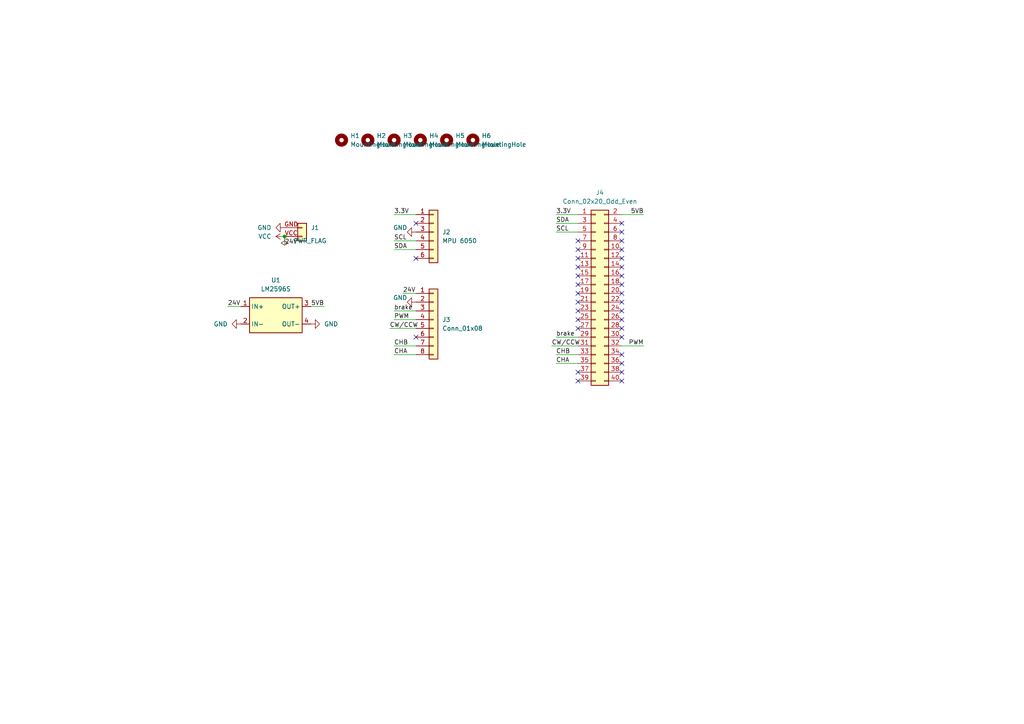
<source format=kicad_sch>
(kicad_sch (version 20211123) (generator eeschema)
  (paper "A4")
  (lib_symbols
    (symbol "24V_Li_batt:Conn_01x06" (pin_names (offset 1.016) hide)
      (property "Reference" "J" (at 0 7.62 0))
      (property "Value" "Conn_01x06" (at 0 -10.16 0))
      (symbol "Conn_01x06_1_1"
        (rectangle (start -1.27 -7.493) (end 0 -7.747) (stroke (width 0.1524)))
        (rectangle (start -1.27 -4.953) (end 0 -5.207) (stroke (width 0.1524)))
        (rectangle (start -1.27 -2.413) (end 0 -2.667) (stroke (width 0.1524)))
        (rectangle (start -1.27 0.127) (end 0 -0.127) (stroke (width 0.1524)))
        (rectangle (start -1.27 2.667) (end 0 2.413) (stroke (width 0.1524)))
        (rectangle (start -1.27 5.207) (end 0 4.953) (stroke (width 0.1524)))
        (rectangle (start -1.27 6.35) (end 1.27 -8.89) (stroke (width 0.254)) (fill (type background)))
        (pin passive line (at -5.08 5.08 0) (length 3.81) (name "Pin_1") (number "1"))
        (pin passive line (at -5.08 2.54 0) (length 3.81) (name "Pin_2") (number "2"))
        (pin passive line (at -5.08 0 0) (length 3.81) (name "Pin_3") (number "3"))
        (pin passive line (at -5.08 -2.54 0) (length 3.81) (name "Pin_4") (number "4"))
        (pin passive line (at -5.08 -5.08 0) (length 3.81) (name "Pin_5") (number "5"))
        (pin passive line (at -5.08 -7.62 0) (length 3.81) (name "Pin_6") (number "6"))
      )
    )
    (symbol "24V_Li_batt:Conn_01x08" (pin_names (offset 1.016) hide)
      (property "Reference" "J" (at 0 10.16 0))
      (property "Value" "Conn_01x08" (at 0 -12.7 0))
      (symbol "Conn_01x08_1_1"
        (rectangle (start -1.27 -10.033) (end 0 -10.287) (stroke (width 0.1524)))
        (rectangle (start -1.27 -7.493) (end 0 -7.747) (stroke (width 0.1524)))
        (rectangle (start -1.27 -4.953) (end 0 -5.207) (stroke (width 0.1524)))
        (rectangle (start -1.27 -2.413) (end 0 -2.667) (stroke (width 0.1524)))
        (rectangle (start -1.27 0.127) (end 0 -0.127) (stroke (width 0.1524)))
        (rectangle (start -1.27 2.667) (end 0 2.413) (stroke (width 0.1524)))
        (rectangle (start -1.27 5.207) (end 0 4.953) (stroke (width 0.1524)))
        (rectangle (start -1.27 7.747) (end 0 7.493) (stroke (width 0.1524)))
        (rectangle (start -1.27 8.89) (end 1.27 -11.43) (stroke (width 0.254)) (fill (type background)))
        (pin passive line (at -5.08 7.62 0) (length 3.81) (name "Pin_1") (number "1"))
        (pin passive line (at -5.08 5.08 0) (length 3.81) (name "Pin_2") (number "2"))
        (pin passive line (at -5.08 2.54 0) (length 3.81) (name "Pin_3") (number "3"))
        (pin passive line (at -5.08 0 0) (length 3.81) (name "Pin_4") (number "4"))
        (pin passive line (at -5.08 -2.54 0) (length 3.81) (name "Pin_5") (number "5"))
        (pin passive line (at -5.08 -5.08 0) (length 3.81) (name "Pin_6") (number "6"))
        (pin passive line (at -5.08 -7.62 0) (length 3.81) (name "Pin_7") (number "7"))
        (pin passive line (at -5.08 -10.16 0) (length 3.81) (name "Pin_8") (number "8"))
      )
    )
    (symbol "24V_Li_batt:Conn_02x20_Odd_Even" (pin_names (offset 1.016) hide)
      (property "Reference" "J" (at 1.27 25.4 0))
      (property "Value" "Conn_02x20_Odd_Even" (at 1.27 -27.94 0))
      (symbol "Conn_02x20_Odd_Even_1_1"
        (rectangle (start -1.27 -25.273) (end 0 -25.527) (stroke (width 0.1524)))
        (rectangle (start -1.27 -22.733) (end 0 -22.987) (stroke (width 0.1524)))
        (rectangle (start -1.27 -20.193) (end 0 -20.447) (stroke (width 0.1524)))
        (rectangle (start -1.27 -17.653) (end 0 -17.907) (stroke (width 0.1524)))
        (rectangle (start -1.27 -15.113) (end 0 -15.367) (stroke (width 0.1524)))
        (rectangle (start -1.27 -12.573) (end 0 -12.827) (stroke (width 0.1524)))
        (rectangle (start -1.27 -10.033) (end 0 -10.287) (stroke (width 0.1524)))
        (rectangle (start -1.27 -7.493) (end 0 -7.747) (stroke (width 0.1524)))
        (rectangle (start -1.27 -4.953) (end 0 -5.207) (stroke (width 0.1524)))
        (rectangle (start -1.27 -2.413) (end 0 -2.667) (stroke (width 0.1524)))
        (rectangle (start -1.27 0.127) (end 0 -0.127) (stroke (width 0.1524)))
        (rectangle (start -1.27 2.667) (end 0 2.413) (stroke (width 0.1524)))
        (rectangle (start -1.27 5.207) (end 0 4.953) (stroke (width 0.1524)))
        (rectangle (start -1.27 7.747) (end 0 7.493) (stroke (width 0.1524)))
        (rectangle (start -1.27 10.287) (end 0 10.033) (stroke (width 0.1524)))
        (rectangle (start -1.27 12.827) (end 0 12.573) (stroke (width 0.1524)))
        (rectangle (start -1.27 15.367) (end 0 15.113) (stroke (width 0.1524)))
        (rectangle (start -1.27 17.907) (end 0 17.653) (stroke (width 0.1524)))
        (rectangle (start -1.27 20.447) (end 0 20.193) (stroke (width 0.1524)))
        (rectangle (start -1.27 22.987) (end 0 22.733) (stroke (width 0.1524)))
        (rectangle (start -1.27 24.13) (end 3.81 -26.67) (stroke (width 0.254)) (fill (type background)))
        (rectangle (start 3.81 -25.273) (end 2.54 -25.527) (stroke (width 0.1524)))
        (rectangle (start 3.81 -22.733) (end 2.54 -22.987) (stroke (width 0.1524)))
        (rectangle (start 3.81 -20.193) (end 2.54 -20.447) (stroke (width 0.1524)))
        (rectangle (start 3.81 -17.653) (end 2.54 -17.907) (stroke (width 0.1524)))
        (rectangle (start 3.81 -15.113) (end 2.54 -15.367) (stroke (width 0.1524)))
        (rectangle (start 3.81 -12.573) (end 2.54 -12.827) (stroke (width 0.1524)))
        (rectangle (start 3.81 -10.033) (end 2.54 -10.287) (stroke (width 0.1524)))
        (rectangle (start 3.81 -7.493) (end 2.54 -7.747) (stroke (width 0.1524)))
        (rectangle (start 3.81 -4.953) (end 2.54 -5.207) (stroke (width 0.1524)))
        (rectangle (start 3.81 -2.413) (end 2.54 -2.667) (stroke (width 0.1524)))
        (rectangle (start 3.81 0.127) (end 2.54 -0.127) (stroke (width 0.1524)))
        (rectangle (start 3.81 2.667) (end 2.54 2.413) (stroke (width 0.1524)))
        (rectangle (start 3.81 5.207) (end 2.54 4.953) (stroke (width 0.1524)))
        (rectangle (start 3.81 7.747) (end 2.54 7.493) (stroke (width 0.1524)))
        (rectangle (start 3.81 10.287) (end 2.54 10.033) (stroke (width 0.1524)))
        (rectangle (start 3.81 12.827) (end 2.54 12.573) (stroke (width 0.1524)))
        (rectangle (start 3.81 15.367) (end 2.54 15.113) (stroke (width 0.1524)))
        (rectangle (start 3.81 17.907) (end 2.54 17.653) (stroke (width 0.1524)))
        (rectangle (start 3.81 20.447) (end 2.54 20.193) (stroke (width 0.1524)))
        (rectangle (start 3.81 22.987) (end 2.54 22.733) (stroke (width 0.1524)))
        (pin passive line (at -5.08 22.86 0) (length 3.81) (name "Pin_1") (number "1"))
        (pin passive line (at 7.62 12.7 180) (length 3.81) (name "Pin_10") (number "10"))
        (pin passive line (at -5.08 10.16 0) (length 3.81) (name "Pin_11") (number "11"))
        (pin passive line (at 7.62 10.16 180) (length 3.81) (name "Pin_12") (number "12"))
        (pin passive line (at -5.08 7.62 0) (length 3.81) (name "Pin_13") (number "13"))
        (pin passive line (at 7.62 7.62 180) (length 3.81) (name "Pin_14") (number "14"))
        (pin passive line (at -5.08 5.08 0) (length 3.81) (name "Pin_15") (number "15"))
        (pin passive line (at 7.62 5.08 180) (length 3.81) (name "Pin_16") (number "16"))
        (pin passive line (at -5.08 2.54 0) (length 3.81) (name "Pin_17") (number "17"))
        (pin passive line (at 7.62 2.54 180) (length 3.81) (name "Pin_18") (number "18"))
        (pin passive line (at -5.08 0 0) (length 3.81) (name "Pin_19") (number "19"))
        (pin passive line (at 7.62 22.86 180) (length 3.81) (name "Pin_2") (number "2"))
        (pin passive line (at 7.62 0 180) (length 3.81) (name "Pin_20") (number "20"))
        (pin passive line (at -5.08 -2.54 0) (length 3.81) (name "Pin_21") (number "21"))
        (pin passive line (at 7.62 -2.54 180) (length 3.81) (name "Pin_22") (number "22"))
        (pin passive line (at -5.08 -5.08 0) (length 3.81) (name "Pin_23") (number "23"))
        (pin passive line (at 7.62 -5.08 180) (length 3.81) (name "Pin_24") (number "24"))
        (pin passive line (at -5.08 -7.62 0) (length 3.81) (name "Pin_25") (number "25"))
        (pin passive line (at 7.62 -7.62 180) (length 3.81) (name "Pin_26") (number "26"))
        (pin passive line (at -5.08 -10.16 0) (length 3.81) (name "Pin_27") (number "27"))
        (pin passive line (at 7.62 -10.16 180) (length 3.81) (name "Pin_28") (number "28"))
        (pin passive line (at -5.08 -12.7 0) (length 3.81) (name "Pin_29") (number "29"))
        (pin passive line (at -5.08 20.32 0) (length 3.81) (name "Pin_3") (number "3"))
        (pin passive line (at 7.62 -12.7 180) (length 3.81) (name "Pin_30") (number "30"))
        (pin passive line (at -5.08 -15.24 0) (length 3.81) (name "Pin_31") (number "31"))
        (pin passive line (at 7.62 -15.24 180) (length 3.81) (name "Pin_32") (number "32"))
        (pin passive line (at -5.08 -17.78 0) (length 3.81) (name "Pin_33") (number "33"))
        (pin passive line (at 7.62 -17.78 180) (length 3.81) (name "Pin_34") (number "34"))
        (pin passive line (at -5.08 -20.32 0) (length 3.81) (name "Pin_35") (number "35"))
        (pin passive line (at 7.62 -20.32 180) (length 3.81) (name "Pin_36") (number "36"))
        (pin passive line (at -5.08 -22.86 0) (length 3.81) (name "Pin_37") (number "37"))
        (pin passive line (at 7.62 -22.86 180) (length 3.81) (name "Pin_38") (number "38"))
        (pin passive line (at -5.08 -25.4 0) (length 3.81) (name "Pin_39") (number "39"))
        (pin passive line (at 7.62 20.32 180) (length 3.81) (name "Pin_4") (number "4"))
        (pin passive line (at 7.62 -25.4 180) (length 3.81) (name "Pin_40") (number "40"))
        (pin passive line (at -5.08 17.78 0) (length 3.81) (name "Pin_5") (number "5"))
        (pin passive line (at 7.62 17.78 180) (length 3.81) (name "Pin_6") (number "6"))
        (pin passive line (at -5.08 15.24 0) (length 3.81) (name "Pin_7") (number "7"))
        (pin passive line (at 7.62 15.24 180) (length 3.81) (name "Pin_8") (number "8"))
        (pin passive line (at -5.08 12.7 0) (length 3.81) (name "Pin_9") (number "9"))
      )
    )
    (symbol "24V_Li_batt:Li 24V Battery" (pin_names (offset 1.016) hide)
      (property "Reference" "J1" (at 2.54 0.0001 0))
      (symbol "Li 24V Battery_1_1"
        (rectangle (start -1.27 -2.413) (end 0 -2.667) (stroke (width 0.1524)))
        (rectangle (start -1.27 0.127) (end 0 -0.127) (stroke (width 0.1524)))
        (rectangle (start -1.27 1.27) (end 1.27 -3.81) (stroke (width 0.254)) (fill (type background)))
        (pin input line (at -5.08 0 0) (length 3.81) (name "Pin_1") (number "GND"))
        (pin power_in line (at -5.08 -2.54 0) (length 3.81) (name "Pin_2") (number "VCC"))
      )
    )
    (symbol "Mechanical:MountingHole" (pin_names (offset 1.016))
      (property "Reference" "H" (at 0 5.08 0))
      (property "Value" "MountingHole" (at 0 3.175 0))
      (symbol "MountingHole_0_1"
        (circle (center 0 0) (radius 1.27) (stroke (width 1.27)))
      )
    )
    (symbol "Regulator_Switching:LM2596S"
      (property "Reference" "U1" (at 0 10.16 0))
      (property "Value" "LM2596S" (at 0 7.62 0))
      (symbol "LM2596S_0_1"
        (rectangle (start -7.62 5.08) (end 7.62 -5.08) (stroke (width 0.254)) (fill (type background)))
      )
      (symbol "LM2596S_1_1"
        (pin power_in line (at -10.16 2.54 0) (length 2.54) (name "IN+") (number "1"))
        (pin input line (at -10.16 -2.54 0) (length 2.54) (name "IN-") (number "2"))
        (pin power_out line (at 10.16 2.54 180) (length 2.54) (name "OUT+") (number "3"))
        (pin power_out line (at 10.16 -2.54 180) (length 2.54) (name "OUT-") (number "4"))
      )
    )
    (symbol "power:GND" (power) (pin_names (offset 0))
      (property "Value" "GND" (at 0 -3.81 0))
      (symbol "GND_0_1"
        (polyline (pts (xy 0 0) (xy 0 -1.27) (xy 1.27 -1.27) (xy 0 -2.54) (xy -1.27 -1.27) (xy 0 -1.27)))
      )
      (symbol "GND_1_1"
        (pin power_in line (at 0 0 270) (length 0) hide (name "GND") (number "1"))
      )
    )
    (symbol "power:PWR_FLAG" (power) (pin_numbers hide) (pin_names (offset 0) hide)
      (property "Value" "PWR_FLAG" (at 0 3.81 0))
      (symbol "PWR_FLAG_0_0"
        (pin power_out line (at 0 0 90) (length 0) (name "pwr") (number "1"))
      )
      (symbol "PWR_FLAG_0_1"
        (polyline (pts (xy 0 0) (xy 0 1.27) (xy -1.016 1.905) (xy 0 2.54) (xy 1.016 1.905) (xy 0 1.27)))
      )
    )
    (symbol "power:VCC" (power) (pin_names (offset 0))
      (property "Value" "VCC" (at 0 3.81 0))
      (symbol "VCC_0_1"
        (polyline (pts (xy -0.762 1.27) (xy 0 2.54)))
        (polyline (pts (xy 0 0) (xy 0 2.54)))
        (polyline (pts (xy 0 2.54) (xy 0.762 1.27)))
      )
      (symbol "VCC_1_1"
        (pin power_in line (at 0 0 90) (length 0) hide (name "VCC") (number "1"))
      )
    )
  )
  (junction (at 82.55 68.58))
  (no_connect (at 120.65 97.79))
  (no_connect (at 120.65 74.93))
  (no_connect (at 167.64 77.47))
  (no_connect (at 167.64 80.01))
  (no_connect (at 167.64 69.85))
  (no_connect (at 167.64 72.39))
  (no_connect (at 167.64 74.93))
  (no_connect (at 120.65 64.77))
  (no_connect (at 167.64 92.71))
  (no_connect (at 167.64 95.25))
  (no_connect (at 167.64 107.95))
  (no_connect (at 180.34 72.39))
  (no_connect (at 180.34 69.85))
  (no_connect (at 180.34 67.31))
  (no_connect (at 180.34 64.77))
  (no_connect (at 167.64 82.55))
  (no_connect (at 167.64 85.09))
  (no_connect (at 167.64 87.63))
  (no_connect (at 167.64 110.49))
  (no_connect (at 180.34 110.49))
  (no_connect (at 180.34 107.95))
  (no_connect (at 180.34 105.41))
  (no_connect (at 180.34 102.87))
  (no_connect (at 167.64 90.17))
  (no_connect (at 180.34 97.79))
  (no_connect (at 180.34 95.25))
  (no_connect (at 180.34 92.71))
  (no_connect (at 180.34 90.17))
  (no_connect (at 180.34 87.63))
  (no_connect (at 180.34 85.09))
  (no_connect (at 180.34 82.55))
  (no_connect (at 180.34 80.01))
  (no_connect (at 180.34 77.47))
  (no_connect (at 180.34 74.93))
  (wire (pts (xy 161.29 105.41) (xy 167.64 105.41)))
  (wire (pts (xy 161.29 102.87) (xy 167.64 102.87)))
  (wire (pts (xy 93.98 88.9) (xy 90.17 88.9)))
  (wire (pts (xy 114.3 100.33) (xy 120.65 100.33)))
  (wire (pts (xy 82.55 68.58) (xy 82.55 71.12)))
  (wire (pts (xy 161.29 62.23) (xy 167.64 62.23)))
  (wire (pts (xy 114.3 72.39) (xy 120.65 72.39)))
  (wire (pts (xy 114.3 69.85) (xy 120.65 69.85)))
  (wire (pts (xy 116.84 85.09) (xy 120.65 85.09)))
  (wire (pts (xy 161.29 97.79) (xy 167.64 97.79)))
  (wire (pts (xy 113.03 95.25) (xy 120.65 95.25)))
  (wire (pts (xy 114.3 62.23) (xy 120.65 62.23)))
  (wire (pts (xy 186.69 62.23) (xy 180.34 62.23)))
  (wire (pts (xy 160.02 100.33) (xy 167.64 100.33)))
  (wire (pts (xy 161.29 64.77) (xy 167.64 64.77)))
  (wire (pts (xy 114.3 102.87) (xy 120.65 102.87)))
  (wire (pts (xy 161.29 67.31) (xy 167.64 67.31)))
  (wire (pts (xy 66.04 88.9) (xy 69.85 88.9)))
  (wire (pts (xy 114.3 90.17) (xy 120.65 90.17)))
  (wire (pts (xy 114.3 92.71) (xy 120.65 92.71)))
  (wire (pts (xy 186.69 100.33) (xy 180.34 100.33)))
  (label "PWM" (at 114.3 92.71 0))
  (label "5VB" (at 93.98 88.9 180))
  (label "24V" (at 116.84 85.09 0))
  (label "3.3V" (at 161.29 62.23 0))
  (label "CW{slash}CCW" (at 160.02 100.33 0))
  (label "24V" (at 66.04 88.9 0))
  (label "SCL" (at 161.29 67.31 0))
  (label "CHB" (at 114.3 100.33 0))
  (label "brake" (at 114.3 90.17 0))
  (label "SCL" (at 114.3 69.85 0))
  (label "CHB" (at 161.29 102.87 0))
  (label "CHA" (at 161.29 105.41 0))
  (label "5VB" (at 186.69 62.23 180))
  (label "SDA" (at 114.3 72.39 0))
  (label "SDA" (at 161.29 64.77 0))
  (label "CHA" (at 114.3 102.87 0))
  (label "PWM" (at 186.69 100.33 180))
  (label "CW{slash}CCW" (at 113.03 95.25 0))
  (label "24V" (at 82.55 71.12 0))
  (label "brake" (at 161.29 97.79 0))
  (label "3.3V" (at 114.3 62.23 0))
  (symbol (lib_id "24V_Li_batt:Conn_01x08") (at 125.73 92.71 0) (unit 1)
    (property "Reference" "J3" (at 128.27 92.7099 0) (effects (justify left)))
    (property "Value" "Conn_01x08" (at 128.27 95.2499 0) (effects (justify left)))
    (property "Footprint" "Connector_PinHeader_2.54mm:PinHeader_1x08_P2.54mm_Vertical" (effects hide))
  )
  (symbol (lib_id "Mechanical:MountingHole") (at 129.54 40.64 0) (unit 1)
    (property "Reference" "H5" (at 132.08 39.3699 0) (effects (justify left)))
    (property "Value" "MountingHole" (at 132.08 41.9099 0) (effects (justify left)))
    (property "Footprint" "MountingHole:MountingHole_2.5mm" (effects hide))
  )
  (symbol (lib_id "power:PWR_FLAG") (at 82.55 68.58 180) (unit 1)
    (property "Reference" "#FLG0102" (effects hide))
    (property "Value" "PWR_FLAG" (at 85.09 69.8499 0) (effects (justify right)))
  )
  (symbol (lib_id "Mechanical:MountingHole") (at 137.16 40.64 0) (unit 1)
    (property "Reference" "H6" (at 139.7 39.3699 0) (effects (justify left)))
    (property "Value" "MountingHole" (at 139.7 41.9099 0) (effects (justify left)))
    (property "Footprint" "MountingHole:MountingHole_2.5mm" (effects hide))
  )
  (symbol (lib_id "power:GND") (at 120.65 87.63 270) (unit 1)
    (property "Reference" "#PWR0105" (effects hide))
    (property "Value" "GND" (at 118.11 86.36 90) (effects (justify right)))
  )
  (symbol (lib_id "Regulator_Switching:LM2596S") (at 80.01 91.44 0) (unit 1)
    (property "Reference" "U1" (at 80.01 81.28 0))
    (property "Value" "LM2596S" (at 80.01 83.82 0))
    (property "Footprint" "cube:LM2596S_mod" (effects hide))
  )
  (symbol (lib_id "Mechanical:MountingHole") (at 121.92 40.64 0) (unit 1)
    (property "Reference" "H4" (at 124.46 39.3699 0) (effects (justify left)))
    (property "Value" "MountingHole" (at 124.46 41.9099 0) (effects (justify left)))
    (property "Footprint" "MountingHole:MountingHole_2.5mm" (effects hide))
  )
  (symbol (lib_id "24V_Li_batt:Conn_01x06") (at 125.73 67.31 0) (unit 1)
    (property "Reference" "J2" (at 128.27 67.3099 0) (effects (justify left)))
    (property "Value" "MPU 6050" (at 128.27 69.8499 0) (effects (justify left)))
    (property "Footprint" "Connector_PinHeader_2.54mm:PinHeader_1x06_P2.54mm_Vertical" (effects hide))
  )
  (symbol (lib_id "Mechanical:MountingHole") (at 106.68 40.64 0) (unit 1)
    (property "Reference" "H2" (at 109.22 39.3699 0) (effects (justify left)))
    (property "Value" "MountingHole" (at 109.22 41.9099 0) (effects (justify left)))
    (property "Footprint" "MountingHole:MountingHole_2.5mm" (effects hide))
  )
  (symbol (lib_id "power:VCC") (at 82.55 68.58 90) (unit 1)
    (property "Reference" "#PWR0104" (effects hide))
    (property "Value" "VCC" (at 78.74 68.5799 90) (effects (justify left)))
  )
  (symbol (lib_id "24V_Li_batt:Conn_02x20_Odd_Even") (at 172.72 85.09 0) (unit 1)
    (property "Reference" "J4" (at 173.99 55.88 0))
    (property "Value" "Conn_02x20_Odd_Even" (at 173.99 58.42 0))
    (property "Footprint" "Connector_PinHeader_2.54mm:PinHeader_2x20_P2.54mm_Vertical" (effects hide))
  )
  (symbol (lib_id "Mechanical:MountingHole") (at 99.06 40.64 0) (unit 1)
    (property "Reference" "H1" (at 101.6 39.3699 0) (effects (justify left)))
    (property "Value" "MountingHole" (at 101.6 41.9099 0) (effects (justify left)))
    (property "Footprint" "MountingHole:MountingHole_2.5mm" (effects hide))
  )
  (symbol (lib_id "power:GND") (at 90.17 93.98 90) (unit 1)
    (property "Reference" "#PWR0102" (effects hide))
    (property "Value" "GND" (at 93.98 93.9799 90) (effects (justify right)))
  )
  (symbol (lib_id "Mechanical:MountingHole") (at 114.3 40.64 0) (unit 1)
    (property "Reference" "H3" (at 116.84 39.3699 0) (effects (justify left)))
    (property "Value" "MountingHole" (at 116.84 41.9099 0) (effects (justify left)))
    (property "Footprint" "MountingHole:MountingHole_2.5mm" (effects hide))
  )
  (symbol (lib_id "power:GND") (at 82.55 66.04 270) (unit 1)
    (property "Reference" "#PWR0103" (effects hide))
    (property "Value" "GND" (at 78.74 66.0399 90) (effects (justify right)))
  )
  (symbol (lib_id "24V_Li_batt:Li 24V Battery") (at 87.63 66.04 0) (unit 1)
    (property "Reference" "J1" (at 90.17 66.0399 0) (effects (justify left)))
    (property "Value" "Li 24V Battery" (effects hide))
    (property "Footprint" "cube:24V_Li_batt" (effects hide))
  )
  (symbol (lib_id "power:GND") (at 69.85 93.98 270) (unit 1)
    (property "Reference" "#PWR0101" (effects hide))
    (property "Value" "GND" (at 66.04 93.9799 90) (effects (justify right)))
  )
  (symbol (lib_id "power:GND") (at 120.65 67.31 270) (unit 1)
    (property "Reference" "#PWR0106" (effects hide))
    (property "Value" "GND" (at 118.11 66.04 90) (effects (justify right)))
  )
)
</source>
